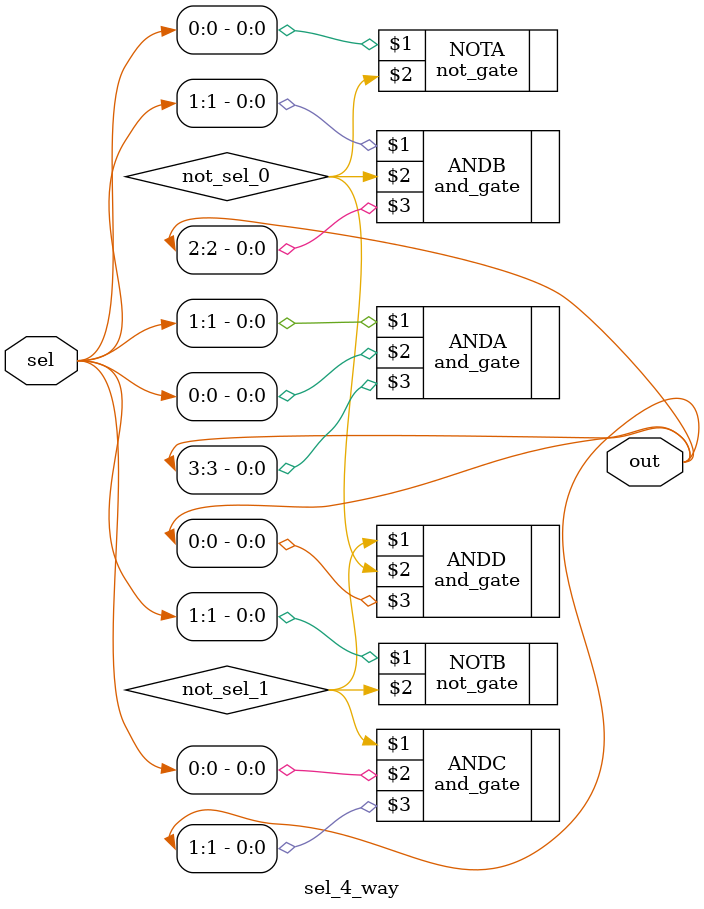
<source format=v>
module sel_4_way (input [1:0] sel,
                  output [3:0] out);
    wire not_sel_0, not_sel_1;
    not_gate NOTA (sel[0], not_sel_0);
    not_gate NOTB (sel[1], not_sel_1);
    and_gate ANDA (sel[1], sel[0], out[3]);
    and_gate ANDB (sel[1], not_sel_0, out[2]);
    and_gate ANDC (not_sel_1, sel[0], out[1]);
    and_gate ANDD (not_sel_1, not_sel_0, out[0]);
endmodule

</source>
